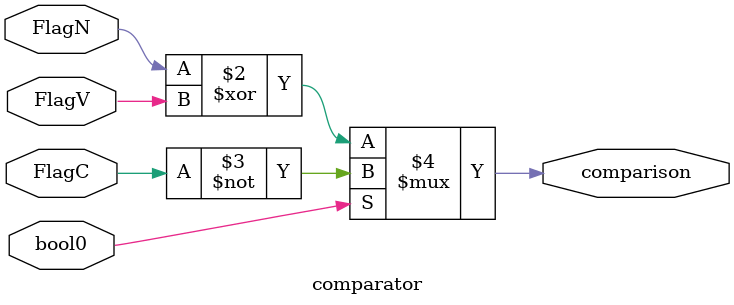
<source format=sv>
`timescale 1ns / 1ps

module comparator(
    input wire FlagN, FlagV, FlagC, bool0,
    output wire comparison
    );
    assign comparison = ~bool0 ? FlagN ^ FlagV : ~FlagC;
endmodule

</source>
